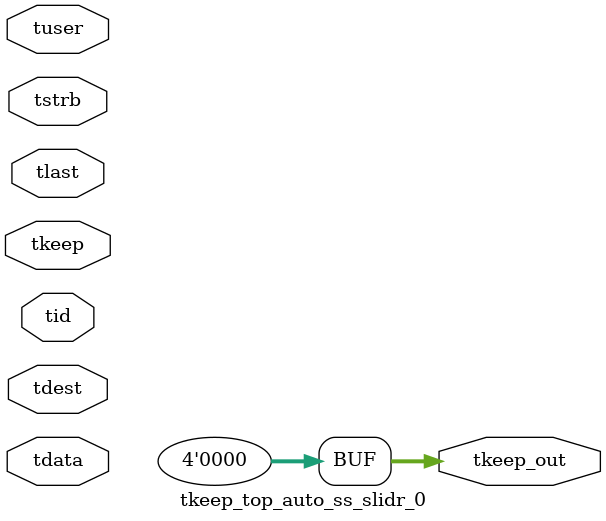
<source format=v>


`timescale 1ps/1ps

module tkeep_top_auto_ss_slidr_0 #
(
parameter C_S_AXIS_TDATA_WIDTH = 32,
parameter C_S_AXIS_TUSER_WIDTH = 0,
parameter C_S_AXIS_TID_WIDTH   = 0,
parameter C_S_AXIS_TDEST_WIDTH = 0,
parameter C_M_AXIS_TDATA_WIDTH = 32
)
(
input  [(C_S_AXIS_TDATA_WIDTH == 0 ? 1 : C_S_AXIS_TDATA_WIDTH)-1:0     ] tdata,
input  [(C_S_AXIS_TUSER_WIDTH == 0 ? 1 : C_S_AXIS_TUSER_WIDTH)-1:0     ] tuser,
input  [(C_S_AXIS_TID_WIDTH   == 0 ? 1 : C_S_AXIS_TID_WIDTH)-1:0       ] tid,
input  [(C_S_AXIS_TDEST_WIDTH == 0 ? 1 : C_S_AXIS_TDEST_WIDTH)-1:0     ] tdest,
input  [(C_S_AXIS_TDATA_WIDTH/8)-1:0 ] tkeep,
input  [(C_S_AXIS_TDATA_WIDTH/8)-1:0 ] tstrb,
input                                                                    tlast,
output [(C_M_AXIS_TDATA_WIDTH/8)-1:0 ] tkeep_out
);

assign tkeep_out = {1'b0};

endmodule


</source>
